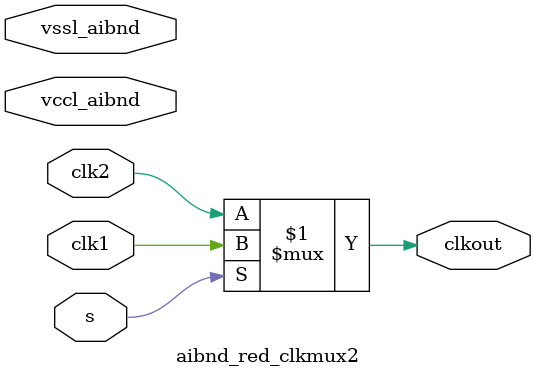
<source format=v>

module aibnd_red_clkmux2 ( clkout, clk1, clk2, s, vccl_aibnd,
     vssl_aibnd );

output  clkout;

input  clk1, clk2, s, vccl_aibnd, vssl_aibnd;

// List of primary aliased buses

/*
specify 
    specparam CDS_LIBNAME  = "aibnd_lib";
    specparam CDS_CELLNAME = "aibnd_red_clkmux2";
    specparam CDS_VIEWNAME = "schematic";
endspecify
*/

assign clkout = s ?  clk1 : clk2 ;


endmodule


// End HDL models



</source>
